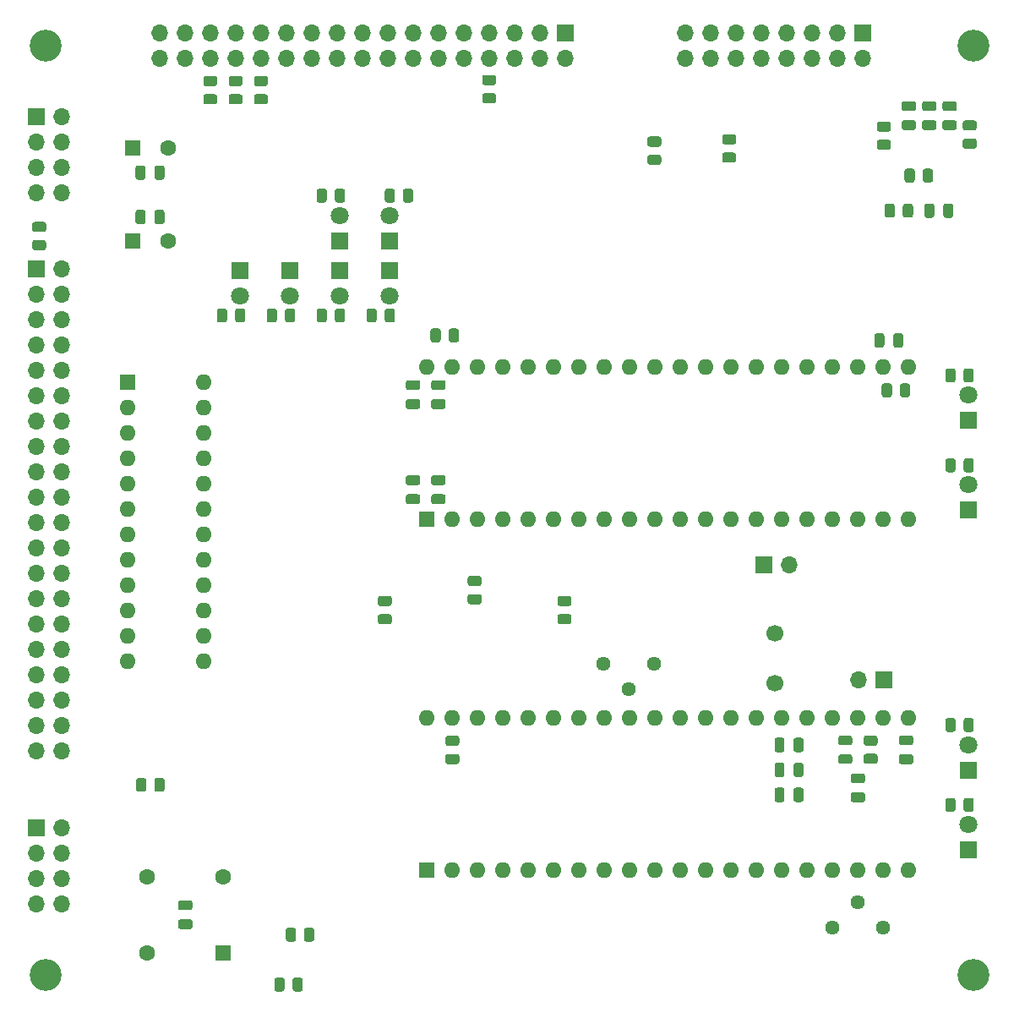
<source format=gbr>
%TF.GenerationSoftware,KiCad,Pcbnew,(5.1.9)-1*%
%TF.CreationDate,2021-11-05T22:54:21-04:00*%
%TF.ProjectId,main,6d61696e-2e6b-4696-9361-645f70636258,rev?*%
%TF.SameCoordinates,Original*%
%TF.FileFunction,Soldermask,Bot*%
%TF.FilePolarity,Negative*%
%FSLAX46Y46*%
G04 Gerber Fmt 4.6, Leading zero omitted, Abs format (unit mm)*
G04 Created by KiCad (PCBNEW (5.1.9)-1) date 2021-11-05 22:54:21*
%MOMM*%
%LPD*%
G01*
G04 APERTURE LIST*
%ADD10C,1.700000*%
%ADD11C,1.800000*%
%ADD12R,1.800000X1.800000*%
%ADD13C,1.440000*%
%ADD14O,1.700000X1.700000*%
%ADD15R,1.700000X1.700000*%
%ADD16C,1.600000*%
%ADD17R,1.600000X1.600000*%
%ADD18O,1.600000X1.600000*%
%ADD19C,3.200000*%
G04 APERTURE END LIST*
%TO.C,C46*%
G36*
G01*
X110474300Y-30033900D02*
X109524300Y-30033900D01*
G75*
G02*
X109274300Y-29783900I0J250000D01*
G01*
X109274300Y-29283900D01*
G75*
G02*
X109524300Y-29033900I250000J0D01*
G01*
X110474300Y-29033900D01*
G75*
G02*
X110724300Y-29283900I0J-250000D01*
G01*
X110724300Y-29783900D01*
G75*
G02*
X110474300Y-30033900I-250000J0D01*
G01*
G37*
G36*
G01*
X110474300Y-31933900D02*
X109524300Y-31933900D01*
G75*
G02*
X109274300Y-31683900I0J250000D01*
G01*
X109274300Y-31183900D01*
G75*
G02*
X109524300Y-30933900I250000J0D01*
G01*
X110474300Y-30933900D01*
G75*
G02*
X110724300Y-31183900I0J-250000D01*
G01*
X110724300Y-31683900D01*
G75*
G02*
X110474300Y-31933900I-250000J0D01*
G01*
G37*
%TD*%
%TO.C,C45*%
G36*
G01*
X114563400Y-30036900D02*
X113613400Y-30036900D01*
G75*
G02*
X113363400Y-29786900I0J250000D01*
G01*
X113363400Y-29286900D01*
G75*
G02*
X113613400Y-29036900I250000J0D01*
G01*
X114563400Y-29036900D01*
G75*
G02*
X114813400Y-29286900I0J-250000D01*
G01*
X114813400Y-29786900D01*
G75*
G02*
X114563400Y-30036900I-250000J0D01*
G01*
G37*
G36*
G01*
X114563400Y-31936900D02*
X113613400Y-31936900D01*
G75*
G02*
X113363400Y-31686900I0J250000D01*
G01*
X113363400Y-31186900D01*
G75*
G02*
X113613400Y-30936900I250000J0D01*
G01*
X114563400Y-30936900D01*
G75*
G02*
X114813400Y-31186900I0J-250000D01*
G01*
X114813400Y-31686900D01*
G75*
G02*
X114563400Y-31936900I-250000J0D01*
G01*
G37*
%TD*%
D10*
%TO.C,C44*%
X96600000Y-82300000D03*
X96600000Y-87300000D03*
%TD*%
%TO.C,C42*%
G36*
G01*
X109253000Y-94430000D02*
X110203000Y-94430000D01*
G75*
G02*
X110453000Y-94680000I0J-250000D01*
G01*
X110453000Y-95180000D01*
G75*
G02*
X110203000Y-95430000I-250000J0D01*
G01*
X109253000Y-95430000D01*
G75*
G02*
X109003000Y-95180000I0J250000D01*
G01*
X109003000Y-94680000D01*
G75*
G02*
X109253000Y-94430000I250000J0D01*
G01*
G37*
G36*
G01*
X109253000Y-92530000D02*
X110203000Y-92530000D01*
G75*
G02*
X110453000Y-92780000I0J-250000D01*
G01*
X110453000Y-93280000D01*
G75*
G02*
X110203000Y-93530000I-250000J0D01*
G01*
X109253000Y-93530000D01*
G75*
G02*
X109003000Y-93280000I0J250000D01*
G01*
X109003000Y-92780000D01*
G75*
G02*
X109253000Y-92530000I250000J0D01*
G01*
G37*
%TD*%
%TO.C,C40*%
G36*
G01*
X107550000Y-52525000D02*
X107550000Y-53475000D01*
G75*
G02*
X107300000Y-53725000I-250000J0D01*
G01*
X106800000Y-53725000D01*
G75*
G02*
X106550000Y-53475000I0J250000D01*
G01*
X106550000Y-52525000D01*
G75*
G02*
X106800000Y-52275000I250000J0D01*
G01*
X107300000Y-52275000D01*
G75*
G02*
X107550000Y-52525000I0J-250000D01*
G01*
G37*
G36*
G01*
X109450000Y-52525000D02*
X109450000Y-53475000D01*
G75*
G02*
X109200000Y-53725000I-250000J0D01*
G01*
X108700000Y-53725000D01*
G75*
G02*
X108450000Y-53475000I0J250000D01*
G01*
X108450000Y-52525000D01*
G75*
G02*
X108700000Y-52275000I250000J0D01*
G01*
X109200000Y-52275000D01*
G75*
G02*
X109450000Y-52525000I0J-250000D01*
G01*
G37*
%TD*%
%TO.C,C33*%
G36*
G01*
X60800000Y-67495000D02*
X59850000Y-67495000D01*
G75*
G02*
X59600000Y-67245000I0J250000D01*
G01*
X59600000Y-66745000D01*
G75*
G02*
X59850000Y-66495000I250000J0D01*
G01*
X60800000Y-66495000D01*
G75*
G02*
X61050000Y-66745000I0J-250000D01*
G01*
X61050000Y-67245000D01*
G75*
G02*
X60800000Y-67495000I-250000J0D01*
G01*
G37*
G36*
G01*
X60800000Y-69395000D02*
X59850000Y-69395000D01*
G75*
G02*
X59600000Y-69145000I0J250000D01*
G01*
X59600000Y-68645000D01*
G75*
G02*
X59850000Y-68395000I250000J0D01*
G01*
X60800000Y-68395000D01*
G75*
G02*
X61050000Y-68645000I0J-250000D01*
G01*
X61050000Y-69145000D01*
G75*
G02*
X60800000Y-69395000I-250000J0D01*
G01*
G37*
%TD*%
%TO.C,C32*%
G36*
G01*
X59850000Y-58870000D02*
X60800000Y-58870000D01*
G75*
G02*
X61050000Y-59120000I0J-250000D01*
G01*
X61050000Y-59620000D01*
G75*
G02*
X60800000Y-59870000I-250000J0D01*
G01*
X59850000Y-59870000D01*
G75*
G02*
X59600000Y-59620000I0J250000D01*
G01*
X59600000Y-59120000D01*
G75*
G02*
X59850000Y-58870000I250000J0D01*
G01*
G37*
G36*
G01*
X59850000Y-56970000D02*
X60800000Y-56970000D01*
G75*
G02*
X61050000Y-57220000I0J-250000D01*
G01*
X61050000Y-57720000D01*
G75*
G02*
X60800000Y-57970000I-250000J0D01*
G01*
X59850000Y-57970000D01*
G75*
G02*
X59600000Y-57720000I0J250000D01*
G01*
X59600000Y-57220000D01*
G75*
G02*
X59850000Y-56970000I250000J0D01*
G01*
G37*
%TD*%
%TO.C,R31*%
G36*
G01*
X52487500Y-38950002D02*
X52487500Y-38049998D01*
G75*
G02*
X52737498Y-37800000I249998J0D01*
G01*
X53262502Y-37800000D01*
G75*
G02*
X53512500Y-38049998I0J-249998D01*
G01*
X53512500Y-38950002D01*
G75*
G02*
X53262502Y-39200000I-249998J0D01*
G01*
X52737498Y-39200000D01*
G75*
G02*
X52487500Y-38950002I0J249998D01*
G01*
G37*
G36*
G01*
X50662500Y-38950002D02*
X50662500Y-38049998D01*
G75*
G02*
X50912498Y-37800000I249998J0D01*
G01*
X51437502Y-37800000D01*
G75*
G02*
X51687500Y-38049998I0J-249998D01*
G01*
X51687500Y-38950002D01*
G75*
G02*
X51437502Y-39200000I-249998J0D01*
G01*
X50912498Y-39200000D01*
G75*
G02*
X50662500Y-38950002I0J249998D01*
G01*
G37*
%TD*%
%TO.C,R30*%
G36*
G01*
X58512500Y-38049998D02*
X58512500Y-38950002D01*
G75*
G02*
X58262502Y-39200000I-249998J0D01*
G01*
X57737498Y-39200000D01*
G75*
G02*
X57487500Y-38950002I0J249998D01*
G01*
X57487500Y-38049998D01*
G75*
G02*
X57737498Y-37800000I249998J0D01*
G01*
X58262502Y-37800000D01*
G75*
G02*
X58512500Y-38049998I0J-249998D01*
G01*
G37*
G36*
G01*
X60337500Y-38049998D02*
X60337500Y-38950002D01*
G75*
G02*
X60087502Y-39200000I-249998J0D01*
G01*
X59562498Y-39200000D01*
G75*
G02*
X59312500Y-38950002I0J249998D01*
G01*
X59312500Y-38049998D01*
G75*
G02*
X59562498Y-37800000I249998J0D01*
G01*
X60087502Y-37800000D01*
G75*
G02*
X60337500Y-38049998I0J-249998D01*
G01*
G37*
%TD*%
%TO.C,R29*%
G36*
G01*
X57487500Y-50950002D02*
X57487500Y-50049998D01*
G75*
G02*
X57737498Y-49800000I249998J0D01*
G01*
X58262502Y-49800000D01*
G75*
G02*
X58512500Y-50049998I0J-249998D01*
G01*
X58512500Y-50950002D01*
G75*
G02*
X58262502Y-51200000I-249998J0D01*
G01*
X57737498Y-51200000D01*
G75*
G02*
X57487500Y-50950002I0J249998D01*
G01*
G37*
G36*
G01*
X55662500Y-50950002D02*
X55662500Y-50049998D01*
G75*
G02*
X55912498Y-49800000I249998J0D01*
G01*
X56437502Y-49800000D01*
G75*
G02*
X56687500Y-50049998I0J-249998D01*
G01*
X56687500Y-50950002D01*
G75*
G02*
X56437502Y-51200000I-249998J0D01*
G01*
X55912498Y-51200000D01*
G75*
G02*
X55662500Y-50950002I0J249998D01*
G01*
G37*
%TD*%
%TO.C,R28*%
G36*
G01*
X52487500Y-50950002D02*
X52487500Y-50049998D01*
G75*
G02*
X52737498Y-49800000I249998J0D01*
G01*
X53262502Y-49800000D01*
G75*
G02*
X53512500Y-50049998I0J-249998D01*
G01*
X53512500Y-50950002D01*
G75*
G02*
X53262502Y-51200000I-249998J0D01*
G01*
X52737498Y-51200000D01*
G75*
G02*
X52487500Y-50950002I0J249998D01*
G01*
G37*
G36*
G01*
X50662500Y-50950002D02*
X50662500Y-50049998D01*
G75*
G02*
X50912498Y-49800000I249998J0D01*
G01*
X51437502Y-49800000D01*
G75*
G02*
X51687500Y-50049998I0J-249998D01*
G01*
X51687500Y-50950002D01*
G75*
G02*
X51437502Y-51200000I-249998J0D01*
G01*
X50912498Y-51200000D01*
G75*
G02*
X50662500Y-50950002I0J249998D01*
G01*
G37*
%TD*%
%TO.C,R27*%
G36*
G01*
X47487500Y-50950002D02*
X47487500Y-50049998D01*
G75*
G02*
X47737498Y-49800000I249998J0D01*
G01*
X48262502Y-49800000D01*
G75*
G02*
X48512500Y-50049998I0J-249998D01*
G01*
X48512500Y-50950002D01*
G75*
G02*
X48262502Y-51200000I-249998J0D01*
G01*
X47737498Y-51200000D01*
G75*
G02*
X47487500Y-50950002I0J249998D01*
G01*
G37*
G36*
G01*
X45662500Y-50950002D02*
X45662500Y-50049998D01*
G75*
G02*
X45912498Y-49800000I249998J0D01*
G01*
X46437502Y-49800000D01*
G75*
G02*
X46687500Y-50049998I0J-249998D01*
G01*
X46687500Y-50950002D01*
G75*
G02*
X46437502Y-51200000I-249998J0D01*
G01*
X45912498Y-51200000D01*
G75*
G02*
X45662500Y-50950002I0J249998D01*
G01*
G37*
%TD*%
%TO.C,R26*%
G36*
G01*
X42487500Y-50950002D02*
X42487500Y-50049998D01*
G75*
G02*
X42737498Y-49800000I249998J0D01*
G01*
X43262502Y-49800000D01*
G75*
G02*
X43512500Y-50049998I0J-249998D01*
G01*
X43512500Y-50950002D01*
G75*
G02*
X43262502Y-51200000I-249998J0D01*
G01*
X42737498Y-51200000D01*
G75*
G02*
X42487500Y-50950002I0J249998D01*
G01*
G37*
G36*
G01*
X40662500Y-50950002D02*
X40662500Y-50049998D01*
G75*
G02*
X40912498Y-49800000I249998J0D01*
G01*
X41437502Y-49800000D01*
G75*
G02*
X41687500Y-50049998I0J-249998D01*
G01*
X41687500Y-50950002D01*
G75*
G02*
X41437502Y-51200000I-249998J0D01*
G01*
X40912498Y-51200000D01*
G75*
G02*
X40662500Y-50950002I0J249998D01*
G01*
G37*
%TD*%
%TO.C,R25*%
G36*
G01*
X115488000Y-65950002D02*
X115488000Y-65049998D01*
G75*
G02*
X115737998Y-64800000I249998J0D01*
G01*
X116263002Y-64800000D01*
G75*
G02*
X116513000Y-65049998I0J-249998D01*
G01*
X116513000Y-65950002D01*
G75*
G02*
X116263002Y-66200000I-249998J0D01*
G01*
X115737998Y-66200000D01*
G75*
G02*
X115488000Y-65950002I0J249998D01*
G01*
G37*
G36*
G01*
X113663000Y-65950002D02*
X113663000Y-65049998D01*
G75*
G02*
X113912998Y-64800000I249998J0D01*
G01*
X114438002Y-64800000D01*
G75*
G02*
X114688000Y-65049998I0J-249998D01*
G01*
X114688000Y-65950002D01*
G75*
G02*
X114438002Y-66200000I-249998J0D01*
G01*
X113912998Y-66200000D01*
G75*
G02*
X113663000Y-65950002I0J249998D01*
G01*
G37*
%TD*%
%TO.C,R24*%
G36*
G01*
X115488000Y-91950002D02*
X115488000Y-91049998D01*
G75*
G02*
X115737998Y-90800000I249998J0D01*
G01*
X116263002Y-90800000D01*
G75*
G02*
X116513000Y-91049998I0J-249998D01*
G01*
X116513000Y-91950002D01*
G75*
G02*
X116263002Y-92200000I-249998J0D01*
G01*
X115737998Y-92200000D01*
G75*
G02*
X115488000Y-91950002I0J249998D01*
G01*
G37*
G36*
G01*
X113663000Y-91950002D02*
X113663000Y-91049998D01*
G75*
G02*
X113912998Y-90800000I249998J0D01*
G01*
X114438002Y-90800000D01*
G75*
G02*
X114688000Y-91049998I0J-249998D01*
G01*
X114688000Y-91950002D01*
G75*
G02*
X114438002Y-92200000I-249998J0D01*
G01*
X113912998Y-92200000D01*
G75*
G02*
X113663000Y-91950002I0J249998D01*
G01*
G37*
%TD*%
%TO.C,R22*%
G36*
G01*
X115488000Y-56950002D02*
X115488000Y-56049998D01*
G75*
G02*
X115737998Y-55800000I249998J0D01*
G01*
X116263002Y-55800000D01*
G75*
G02*
X116513000Y-56049998I0J-249998D01*
G01*
X116513000Y-56950002D01*
G75*
G02*
X116263002Y-57200000I-249998J0D01*
G01*
X115737998Y-57200000D01*
G75*
G02*
X115488000Y-56950002I0J249998D01*
G01*
G37*
G36*
G01*
X113663000Y-56950002D02*
X113663000Y-56049998D01*
G75*
G02*
X113912998Y-55800000I249998J0D01*
G01*
X114438002Y-55800000D01*
G75*
G02*
X114688000Y-56049998I0J-249998D01*
G01*
X114688000Y-56950002D01*
G75*
G02*
X114438002Y-57200000I-249998J0D01*
G01*
X113912998Y-57200000D01*
G75*
G02*
X113663000Y-56950002I0J249998D01*
G01*
G37*
%TD*%
%TO.C,R21*%
G36*
G01*
X115488000Y-99950002D02*
X115488000Y-99049998D01*
G75*
G02*
X115737998Y-98800000I249998J0D01*
G01*
X116263002Y-98800000D01*
G75*
G02*
X116513000Y-99049998I0J-249998D01*
G01*
X116513000Y-99950002D01*
G75*
G02*
X116263002Y-100200000I-249998J0D01*
G01*
X115737998Y-100200000D01*
G75*
G02*
X115488000Y-99950002I0J249998D01*
G01*
G37*
G36*
G01*
X113663000Y-99950002D02*
X113663000Y-99049998D01*
G75*
G02*
X113912998Y-98800000I249998J0D01*
G01*
X114438002Y-98800000D01*
G75*
G02*
X114688000Y-99049998I0J-249998D01*
G01*
X114688000Y-99950002D01*
G75*
G02*
X114438002Y-100200000I-249998J0D01*
G01*
X113912998Y-100200000D01*
G75*
G02*
X113663000Y-99950002I0J249998D01*
G01*
G37*
%TD*%
D11*
%TO.C,D11*%
X53000000Y-40460000D03*
D12*
X53000000Y-43000000D03*
%TD*%
D11*
%TO.C,D10*%
X58000000Y-40460000D03*
D12*
X58000000Y-43000000D03*
%TD*%
D11*
%TO.C,D9*%
X58000000Y-48540000D03*
D12*
X58000000Y-46000000D03*
%TD*%
D11*
%TO.C,D8*%
X53000000Y-48540000D03*
D12*
X53000000Y-46000000D03*
%TD*%
D11*
%TO.C,D7*%
X48000000Y-48540000D03*
D12*
X48000000Y-46000000D03*
%TD*%
D11*
%TO.C,D6*%
X43000000Y-48540000D03*
D12*
X43000000Y-46000000D03*
%TD*%
D11*
%TO.C,D5*%
X116000000Y-67460000D03*
D12*
X116000000Y-70000000D03*
%TD*%
D11*
%TO.C,D4*%
X116000000Y-93460000D03*
D12*
X116000000Y-96000000D03*
%TD*%
D11*
%TO.C,D3*%
X116000000Y-58460000D03*
D12*
X116000000Y-61000000D03*
%TD*%
D11*
%TO.C,D2*%
X116000000Y-101460000D03*
D12*
X116000000Y-104000000D03*
%TD*%
%TO.C,C31*%
G36*
G01*
X63340000Y-67495000D02*
X62390000Y-67495000D01*
G75*
G02*
X62140000Y-67245000I0J250000D01*
G01*
X62140000Y-66745000D01*
G75*
G02*
X62390000Y-66495000I250000J0D01*
G01*
X63340000Y-66495000D01*
G75*
G02*
X63590000Y-66745000I0J-250000D01*
G01*
X63590000Y-67245000D01*
G75*
G02*
X63340000Y-67495000I-250000J0D01*
G01*
G37*
G36*
G01*
X63340000Y-69395000D02*
X62390000Y-69395000D01*
G75*
G02*
X62140000Y-69145000I0J250000D01*
G01*
X62140000Y-68645000D01*
G75*
G02*
X62390000Y-68395000I250000J0D01*
G01*
X63340000Y-68395000D01*
G75*
G02*
X63590000Y-68645000I0J-250000D01*
G01*
X63590000Y-69145000D01*
G75*
G02*
X63340000Y-69395000I-250000J0D01*
G01*
G37*
%TD*%
%TO.C,C30*%
G36*
G01*
X62390000Y-58870000D02*
X63340000Y-58870000D01*
G75*
G02*
X63590000Y-59120000I0J-250000D01*
G01*
X63590000Y-59620000D01*
G75*
G02*
X63340000Y-59870000I-250000J0D01*
G01*
X62390000Y-59870000D01*
G75*
G02*
X62140000Y-59620000I0J250000D01*
G01*
X62140000Y-59120000D01*
G75*
G02*
X62390000Y-58870000I250000J0D01*
G01*
G37*
G36*
G01*
X62390000Y-56970000D02*
X63340000Y-56970000D01*
G75*
G02*
X63590000Y-57220000I0J-250000D01*
G01*
X63590000Y-57720000D01*
G75*
G02*
X63340000Y-57970000I-250000J0D01*
G01*
X62390000Y-57970000D01*
G75*
G02*
X62140000Y-57720000I0J250000D01*
G01*
X62140000Y-57220000D01*
G75*
G02*
X62390000Y-56970000I250000J0D01*
G01*
G37*
%TD*%
%TO.C,R23*%
G36*
G01*
X75049998Y-80400000D02*
X75950002Y-80400000D01*
G75*
G02*
X76200000Y-80649998I0J-249998D01*
G01*
X76200000Y-81175002D01*
G75*
G02*
X75950002Y-81425000I-249998J0D01*
G01*
X75049998Y-81425000D01*
G75*
G02*
X74800000Y-81175002I0J249998D01*
G01*
X74800000Y-80649998D01*
G75*
G02*
X75049998Y-80400000I249998J0D01*
G01*
G37*
G36*
G01*
X75049998Y-78575000D02*
X75950002Y-78575000D01*
G75*
G02*
X76200000Y-78824998I0J-249998D01*
G01*
X76200000Y-79350002D01*
G75*
G02*
X75950002Y-79600000I-249998J0D01*
G01*
X75049998Y-79600000D01*
G75*
G02*
X74800000Y-79350002I0J249998D01*
G01*
X74800000Y-78824998D01*
G75*
G02*
X75049998Y-78575000I249998J0D01*
G01*
G37*
%TD*%
%TO.C,R20*%
G36*
G01*
X40455002Y-27540000D02*
X39554998Y-27540000D01*
G75*
G02*
X39305000Y-27290002I0J249998D01*
G01*
X39305000Y-26764998D01*
G75*
G02*
X39554998Y-26515000I249998J0D01*
G01*
X40455002Y-26515000D01*
G75*
G02*
X40705000Y-26764998I0J-249998D01*
G01*
X40705000Y-27290002D01*
G75*
G02*
X40455002Y-27540000I-249998J0D01*
G01*
G37*
G36*
G01*
X40455002Y-29365000D02*
X39554998Y-29365000D01*
G75*
G02*
X39305000Y-29115002I0J249998D01*
G01*
X39305000Y-28589998D01*
G75*
G02*
X39554998Y-28340000I249998J0D01*
G01*
X40455002Y-28340000D01*
G75*
G02*
X40705000Y-28589998I0J-249998D01*
G01*
X40705000Y-29115002D01*
G75*
G02*
X40455002Y-29365000I-249998J0D01*
G01*
G37*
%TD*%
%TO.C,R19*%
G36*
G01*
X42995002Y-27540000D02*
X42094998Y-27540000D01*
G75*
G02*
X41845000Y-27290002I0J249998D01*
G01*
X41845000Y-26764998D01*
G75*
G02*
X42094998Y-26515000I249998J0D01*
G01*
X42995002Y-26515000D01*
G75*
G02*
X43245000Y-26764998I0J-249998D01*
G01*
X43245000Y-27290002D01*
G75*
G02*
X42995002Y-27540000I-249998J0D01*
G01*
G37*
G36*
G01*
X42995002Y-29365000D02*
X42094998Y-29365000D01*
G75*
G02*
X41845000Y-29115002I0J249998D01*
G01*
X41845000Y-28589998D01*
G75*
G02*
X42094998Y-28340000I249998J0D01*
G01*
X42995002Y-28340000D01*
G75*
G02*
X43245000Y-28589998I0J-249998D01*
G01*
X43245000Y-29115002D01*
G75*
G02*
X42995002Y-29365000I-249998J0D01*
G01*
G37*
%TD*%
%TO.C,R18*%
G36*
G01*
X45535002Y-27540000D02*
X44634998Y-27540000D01*
G75*
G02*
X44385000Y-27290002I0J249998D01*
G01*
X44385000Y-26764998D01*
G75*
G02*
X44634998Y-26515000I249998J0D01*
G01*
X45535002Y-26515000D01*
G75*
G02*
X45785000Y-26764998I0J-249998D01*
G01*
X45785000Y-27290002D01*
G75*
G02*
X45535002Y-27540000I-249998J0D01*
G01*
G37*
G36*
G01*
X45535002Y-29365000D02*
X44634998Y-29365000D01*
G75*
G02*
X44385000Y-29115002I0J249998D01*
G01*
X44385000Y-28589998D01*
G75*
G02*
X44634998Y-28340000I249998J0D01*
G01*
X45535002Y-28340000D01*
G75*
G02*
X45785000Y-28589998I0J-249998D01*
G01*
X45785000Y-29115002D01*
G75*
G02*
X45535002Y-29365000I-249998J0D01*
G01*
G37*
%TD*%
%TO.C,R17*%
G36*
G01*
X68395002Y-27436500D02*
X67494998Y-27436500D01*
G75*
G02*
X67245000Y-27186502I0J249998D01*
G01*
X67245000Y-26661498D01*
G75*
G02*
X67494998Y-26411500I249998J0D01*
G01*
X68395002Y-26411500D01*
G75*
G02*
X68645000Y-26661498I0J-249998D01*
G01*
X68645000Y-27186502D01*
G75*
G02*
X68395002Y-27436500I-249998J0D01*
G01*
G37*
G36*
G01*
X68395002Y-29261500D02*
X67494998Y-29261500D01*
G75*
G02*
X67245000Y-29011502I0J249998D01*
G01*
X67245000Y-28486498D01*
G75*
G02*
X67494998Y-28236500I249998J0D01*
G01*
X68395002Y-28236500D01*
G75*
G02*
X68645000Y-28486498I0J-249998D01*
G01*
X68645000Y-29011502D01*
G75*
G02*
X68395002Y-29261500I-249998J0D01*
G01*
G37*
%TD*%
%TO.C,R12*%
G36*
G01*
X66049998Y-78400000D02*
X66950002Y-78400000D01*
G75*
G02*
X67200000Y-78649998I0J-249998D01*
G01*
X67200000Y-79175002D01*
G75*
G02*
X66950002Y-79425000I-249998J0D01*
G01*
X66049998Y-79425000D01*
G75*
G02*
X65800000Y-79175002I0J249998D01*
G01*
X65800000Y-78649998D01*
G75*
G02*
X66049998Y-78400000I249998J0D01*
G01*
G37*
G36*
G01*
X66049998Y-76575000D02*
X66950002Y-76575000D01*
G75*
G02*
X67200000Y-76824998I0J-249998D01*
G01*
X67200000Y-77350002D01*
G75*
G02*
X66950002Y-77600000I-249998J0D01*
G01*
X66049998Y-77600000D01*
G75*
G02*
X65800000Y-77350002I0J249998D01*
G01*
X65800000Y-76824998D01*
G75*
G02*
X66049998Y-76575000I249998J0D01*
G01*
G37*
%TD*%
D13*
%TO.C,RV2*%
X79375000Y-85344000D03*
X81915000Y-87884000D03*
X84455000Y-85344000D03*
%TD*%
%TO.C,RV1*%
X107442000Y-111760000D03*
X104902000Y-109220000D03*
X102362000Y-111760000D03*
%TD*%
%TO.C,C14*%
G36*
G01*
X97550000Y-98025000D02*
X97550000Y-98975000D01*
G75*
G02*
X97300000Y-99225000I-250000J0D01*
G01*
X96800000Y-99225000D01*
G75*
G02*
X96550000Y-98975000I0J250000D01*
G01*
X96550000Y-98025000D01*
G75*
G02*
X96800000Y-97775000I250000J0D01*
G01*
X97300000Y-97775000D01*
G75*
G02*
X97550000Y-98025000I0J-250000D01*
G01*
G37*
G36*
G01*
X99450000Y-98025000D02*
X99450000Y-98975000D01*
G75*
G02*
X99200000Y-99225000I-250000J0D01*
G01*
X98700000Y-99225000D01*
G75*
G02*
X98450000Y-98975000I0J250000D01*
G01*
X98450000Y-98025000D01*
G75*
G02*
X98700000Y-97775000I250000J0D01*
G01*
X99200000Y-97775000D01*
G75*
G02*
X99450000Y-98025000I0J-250000D01*
G01*
G37*
%TD*%
%TO.C,C13*%
G36*
G01*
X97550000Y-93025000D02*
X97550000Y-93975000D01*
G75*
G02*
X97300000Y-94225000I-250000J0D01*
G01*
X96800000Y-94225000D01*
G75*
G02*
X96550000Y-93975000I0J250000D01*
G01*
X96550000Y-93025000D01*
G75*
G02*
X96800000Y-92775000I250000J0D01*
G01*
X97300000Y-92775000D01*
G75*
G02*
X97550000Y-93025000I0J-250000D01*
G01*
G37*
G36*
G01*
X99450000Y-93025000D02*
X99450000Y-93975000D01*
G75*
G02*
X99200000Y-94225000I-250000J0D01*
G01*
X98700000Y-94225000D01*
G75*
G02*
X98450000Y-93975000I0J250000D01*
G01*
X98450000Y-93025000D01*
G75*
G02*
X98700000Y-92775000I250000J0D01*
G01*
X99200000Y-92775000D01*
G75*
G02*
X99450000Y-93025000I0J-250000D01*
G01*
G37*
%TD*%
%TO.C,C12*%
G36*
G01*
X97550000Y-95525000D02*
X97550000Y-96475000D01*
G75*
G02*
X97300000Y-96725000I-250000J0D01*
G01*
X96800000Y-96725000D01*
G75*
G02*
X96550000Y-96475000I0J250000D01*
G01*
X96550000Y-95525000D01*
G75*
G02*
X96800000Y-95275000I250000J0D01*
G01*
X97300000Y-95275000D01*
G75*
G02*
X97550000Y-95525000I0J-250000D01*
G01*
G37*
G36*
G01*
X99450000Y-95525000D02*
X99450000Y-96475000D01*
G75*
G02*
X99200000Y-96725000I-250000J0D01*
G01*
X98700000Y-96725000D01*
G75*
G02*
X98450000Y-96475000I0J250000D01*
G01*
X98450000Y-95525000D01*
G75*
G02*
X98700000Y-95275000I250000J0D01*
G01*
X99200000Y-95275000D01*
G75*
G02*
X99450000Y-95525000I0J-250000D01*
G01*
G37*
%TD*%
%TO.C,R11*%
G36*
G01*
X106622002Y-93580000D02*
X105721998Y-93580000D01*
G75*
G02*
X105472000Y-93330002I0J249998D01*
G01*
X105472000Y-92804998D01*
G75*
G02*
X105721998Y-92555000I249998J0D01*
G01*
X106622002Y-92555000D01*
G75*
G02*
X106872000Y-92804998I0J-249998D01*
G01*
X106872000Y-93330002D01*
G75*
G02*
X106622002Y-93580000I-249998J0D01*
G01*
G37*
G36*
G01*
X106622002Y-95405000D02*
X105721998Y-95405000D01*
G75*
G02*
X105472000Y-95155002I0J249998D01*
G01*
X105472000Y-94629998D01*
G75*
G02*
X105721998Y-94380000I249998J0D01*
G01*
X106622002Y-94380000D01*
G75*
G02*
X106872000Y-94629998I0J-249998D01*
G01*
X106872000Y-95155002D01*
G75*
G02*
X106622002Y-95405000I-249998J0D01*
G01*
G37*
%TD*%
%TO.C,R8*%
G36*
G01*
X64712002Y-93600000D02*
X63811998Y-93600000D01*
G75*
G02*
X63562000Y-93350002I0J249998D01*
G01*
X63562000Y-92824998D01*
G75*
G02*
X63811998Y-92575000I249998J0D01*
G01*
X64712002Y-92575000D01*
G75*
G02*
X64962000Y-92824998I0J-249998D01*
G01*
X64962000Y-93350002D01*
G75*
G02*
X64712002Y-93600000I-249998J0D01*
G01*
G37*
G36*
G01*
X64712002Y-95425000D02*
X63811998Y-95425000D01*
G75*
G02*
X63562000Y-95175002I0J249998D01*
G01*
X63562000Y-94649998D01*
G75*
G02*
X63811998Y-94400000I249998J0D01*
G01*
X64712002Y-94400000D01*
G75*
G02*
X64962000Y-94649998I0J-249998D01*
G01*
X64962000Y-95175002D01*
G75*
G02*
X64712002Y-95425000I-249998J0D01*
G01*
G37*
%TD*%
%TO.C,R3*%
G36*
G01*
X63900000Y-52950002D02*
X63900000Y-52049998D01*
G75*
G02*
X64149998Y-51800000I249998J0D01*
G01*
X64675002Y-51800000D01*
G75*
G02*
X64925000Y-52049998I0J-249998D01*
G01*
X64925000Y-52950002D01*
G75*
G02*
X64675002Y-53200000I-249998J0D01*
G01*
X64149998Y-53200000D01*
G75*
G02*
X63900000Y-52950002I0J249998D01*
G01*
G37*
G36*
G01*
X62075000Y-52950002D02*
X62075000Y-52049998D01*
G75*
G02*
X62324998Y-51800000I249998J0D01*
G01*
X62850002Y-51800000D01*
G75*
G02*
X63100000Y-52049998I0J-249998D01*
G01*
X63100000Y-52950002D01*
G75*
G02*
X62850002Y-53200000I-249998J0D01*
G01*
X62324998Y-53200000D01*
G75*
G02*
X62075000Y-52950002I0J249998D01*
G01*
G37*
%TD*%
%TO.C,R14*%
G36*
G01*
X84950002Y-33600000D02*
X84049998Y-33600000D01*
G75*
G02*
X83800000Y-33350002I0J249998D01*
G01*
X83800000Y-32824998D01*
G75*
G02*
X84049998Y-32575000I249998J0D01*
G01*
X84950002Y-32575000D01*
G75*
G02*
X85200000Y-32824998I0J-249998D01*
G01*
X85200000Y-33350002D01*
G75*
G02*
X84950002Y-33600000I-249998J0D01*
G01*
G37*
G36*
G01*
X84950002Y-35425000D02*
X84049998Y-35425000D01*
G75*
G02*
X83800000Y-35175002I0J249998D01*
G01*
X83800000Y-34649998D01*
G75*
G02*
X84049998Y-34400000I249998J0D01*
G01*
X84950002Y-34400000D01*
G75*
G02*
X85200000Y-34649998I0J-249998D01*
G01*
X85200000Y-35175002D01*
G75*
G02*
X84950002Y-35425000I-249998J0D01*
G01*
G37*
%TD*%
D14*
%TO.C,JP2*%
X104960000Y-87000000D03*
D15*
X107500000Y-87000000D03*
%TD*%
%TO.C,D1*%
G36*
G01*
X104088250Y-93530000D02*
X103175750Y-93530000D01*
G75*
G02*
X102932000Y-93286250I0J243750D01*
G01*
X102932000Y-92798750D01*
G75*
G02*
X103175750Y-92555000I243750J0D01*
G01*
X104088250Y-92555000D01*
G75*
G02*
X104332000Y-92798750I0J-243750D01*
G01*
X104332000Y-93286250D01*
G75*
G02*
X104088250Y-93530000I-243750J0D01*
G01*
G37*
G36*
G01*
X104088250Y-95405000D02*
X103175750Y-95405000D01*
G75*
G02*
X102932000Y-95161250I0J243750D01*
G01*
X102932000Y-94673750D01*
G75*
G02*
X103175750Y-94430000I243750J0D01*
G01*
X104088250Y-94430000D01*
G75*
G02*
X104332000Y-94673750I0J-243750D01*
G01*
X104332000Y-95161250D01*
G75*
G02*
X104088250Y-95405000I-243750J0D01*
G01*
G37*
%TD*%
%TO.C,C9*%
G36*
G01*
X105377000Y-97340000D02*
X104427000Y-97340000D01*
G75*
G02*
X104177000Y-97090000I0J250000D01*
G01*
X104177000Y-96590000D01*
G75*
G02*
X104427000Y-96340000I250000J0D01*
G01*
X105377000Y-96340000D01*
G75*
G02*
X105627000Y-96590000I0J-250000D01*
G01*
X105627000Y-97090000D01*
G75*
G02*
X105377000Y-97340000I-250000J0D01*
G01*
G37*
G36*
G01*
X105377000Y-99240000D02*
X104427000Y-99240000D01*
G75*
G02*
X104177000Y-98990000I0J250000D01*
G01*
X104177000Y-98490000D01*
G75*
G02*
X104427000Y-98240000I250000J0D01*
G01*
X105377000Y-98240000D01*
G75*
G02*
X105627000Y-98490000I0J-250000D01*
G01*
X105627000Y-98990000D01*
G75*
G02*
X105377000Y-99240000I-250000J0D01*
G01*
G37*
%TD*%
D16*
%TO.C,X1*%
X41275000Y-106680000D03*
X33655000Y-106680000D03*
X33655000Y-114300000D03*
D17*
X41275000Y-114300000D03*
%TD*%
%TO.C,R10*%
G36*
G01*
X34400000Y-97950002D02*
X34400000Y-97049998D01*
G75*
G02*
X34649998Y-96800000I249998J0D01*
G01*
X35175002Y-96800000D01*
G75*
G02*
X35425000Y-97049998I0J-249998D01*
G01*
X35425000Y-97950002D01*
G75*
G02*
X35175002Y-98200000I-249998J0D01*
G01*
X34649998Y-98200000D01*
G75*
G02*
X34400000Y-97950002I0J249998D01*
G01*
G37*
G36*
G01*
X32575000Y-97950002D02*
X32575000Y-97049998D01*
G75*
G02*
X32824998Y-96800000I249998J0D01*
G01*
X33350002Y-96800000D01*
G75*
G02*
X33600000Y-97049998I0J-249998D01*
G01*
X33600000Y-97950002D01*
G75*
G02*
X33350002Y-98200000I-249998J0D01*
G01*
X32824998Y-98200000D01*
G75*
G02*
X32575000Y-97950002I0J249998D01*
G01*
G37*
%TD*%
%TO.C,R9*%
G36*
G01*
X49400000Y-112950002D02*
X49400000Y-112049998D01*
G75*
G02*
X49649998Y-111800000I249998J0D01*
G01*
X50175002Y-111800000D01*
G75*
G02*
X50425000Y-112049998I0J-249998D01*
G01*
X50425000Y-112950002D01*
G75*
G02*
X50175002Y-113200000I-249998J0D01*
G01*
X49649998Y-113200000D01*
G75*
G02*
X49400000Y-112950002I0J249998D01*
G01*
G37*
G36*
G01*
X47575000Y-112950002D02*
X47575000Y-112049998D01*
G75*
G02*
X47824998Y-111800000I249998J0D01*
G01*
X48350002Y-111800000D01*
G75*
G02*
X48600000Y-112049998I0J-249998D01*
G01*
X48600000Y-112950002D01*
G75*
G02*
X48350002Y-113200000I-249998J0D01*
G01*
X47824998Y-113200000D01*
G75*
G02*
X47575000Y-112950002I0J249998D01*
G01*
G37*
%TD*%
%TO.C,R7*%
G36*
G01*
X48255500Y-117950002D02*
X48255500Y-117049998D01*
G75*
G02*
X48505498Y-116800000I249998J0D01*
G01*
X49030502Y-116800000D01*
G75*
G02*
X49280500Y-117049998I0J-249998D01*
G01*
X49280500Y-117950002D01*
G75*
G02*
X49030502Y-118200000I-249998J0D01*
G01*
X48505498Y-118200000D01*
G75*
G02*
X48255500Y-117950002I0J249998D01*
G01*
G37*
G36*
G01*
X46430500Y-117950002D02*
X46430500Y-117049998D01*
G75*
G02*
X46680498Y-116800000I249998J0D01*
G01*
X47205502Y-116800000D01*
G75*
G02*
X47455500Y-117049998I0J-249998D01*
G01*
X47455500Y-117950002D01*
G75*
G02*
X47205502Y-118200000I-249998J0D01*
G01*
X46680498Y-118200000D01*
G75*
G02*
X46430500Y-117950002I0J249998D01*
G01*
G37*
%TD*%
%TO.C,R2*%
G36*
G01*
X107950002Y-32100000D02*
X107049998Y-32100000D01*
G75*
G02*
X106800000Y-31850002I0J249998D01*
G01*
X106800000Y-31324998D01*
G75*
G02*
X107049998Y-31075000I249998J0D01*
G01*
X107950002Y-31075000D01*
G75*
G02*
X108200000Y-31324998I0J-249998D01*
G01*
X108200000Y-31850002D01*
G75*
G02*
X107950002Y-32100000I-249998J0D01*
G01*
G37*
G36*
G01*
X107950002Y-33925000D02*
X107049998Y-33925000D01*
G75*
G02*
X106800000Y-33675002I0J249998D01*
G01*
X106800000Y-33149998D01*
G75*
G02*
X107049998Y-32900000I249998J0D01*
G01*
X107950002Y-32900000D01*
G75*
G02*
X108200000Y-33149998I0J-249998D01*
G01*
X108200000Y-33675002D01*
G75*
G02*
X107950002Y-33925000I-249998J0D01*
G01*
G37*
%TD*%
%TO.C,R1*%
G36*
G01*
X116548902Y-31977600D02*
X115648898Y-31977600D01*
G75*
G02*
X115398900Y-31727602I0J249998D01*
G01*
X115398900Y-31202598D01*
G75*
G02*
X115648898Y-30952600I249998J0D01*
G01*
X116548902Y-30952600D01*
G75*
G02*
X116798900Y-31202598I0J-249998D01*
G01*
X116798900Y-31727602D01*
G75*
G02*
X116548902Y-31977600I-249998J0D01*
G01*
G37*
G36*
G01*
X116548902Y-33802600D02*
X115648898Y-33802600D01*
G75*
G02*
X115398900Y-33552602I0J249998D01*
G01*
X115398900Y-33027598D01*
G75*
G02*
X115648898Y-32777600I249998J0D01*
G01*
X116548902Y-32777600D01*
G75*
G02*
X116798900Y-33027598I0J-249998D01*
G01*
X116798900Y-33552602D01*
G75*
G02*
X116548902Y-33802600I-249998J0D01*
G01*
G37*
%TD*%
%TO.C,C5*%
G36*
G01*
X112519700Y-30035800D02*
X111569700Y-30035800D01*
G75*
G02*
X111319700Y-29785800I0J250000D01*
G01*
X111319700Y-29285800D01*
G75*
G02*
X111569700Y-29035800I250000J0D01*
G01*
X112519700Y-29035800D01*
G75*
G02*
X112769700Y-29285800I0J-250000D01*
G01*
X112769700Y-29785800D01*
G75*
G02*
X112519700Y-30035800I-250000J0D01*
G01*
G37*
G36*
G01*
X112519700Y-31935800D02*
X111569700Y-31935800D01*
G75*
G02*
X111319700Y-31685800I0J250000D01*
G01*
X111319700Y-31185800D01*
G75*
G02*
X111569700Y-30935800I250000J0D01*
G01*
X112519700Y-30935800D01*
G75*
G02*
X112769700Y-31185800I0J-250000D01*
G01*
X112769700Y-31685800D01*
G75*
G02*
X112519700Y-31935800I-250000J0D01*
G01*
G37*
%TD*%
%TO.C,R16*%
G36*
G01*
X91549998Y-34182000D02*
X92450002Y-34182000D01*
G75*
G02*
X92700000Y-34431998I0J-249998D01*
G01*
X92700000Y-34957002D01*
G75*
G02*
X92450002Y-35207000I-249998J0D01*
G01*
X91549998Y-35207000D01*
G75*
G02*
X91300000Y-34957002I0J249998D01*
G01*
X91300000Y-34431998D01*
G75*
G02*
X91549998Y-34182000I249998J0D01*
G01*
G37*
G36*
G01*
X91549998Y-32357000D02*
X92450002Y-32357000D01*
G75*
G02*
X92700000Y-32606998I0J-249998D01*
G01*
X92700000Y-33132002D01*
G75*
G02*
X92450002Y-33382000I-249998J0D01*
G01*
X91549998Y-33382000D01*
G75*
G02*
X91300000Y-33132002I0J249998D01*
G01*
X91300000Y-32606998D01*
G75*
G02*
X91549998Y-32357000I249998J0D01*
G01*
G37*
%TD*%
%TO.C,R15*%
G36*
G01*
X111400000Y-36950002D02*
X111400000Y-36049998D01*
G75*
G02*
X111649998Y-35800000I249998J0D01*
G01*
X112175002Y-35800000D01*
G75*
G02*
X112425000Y-36049998I0J-249998D01*
G01*
X112425000Y-36950002D01*
G75*
G02*
X112175002Y-37200000I-249998J0D01*
G01*
X111649998Y-37200000D01*
G75*
G02*
X111400000Y-36950002I0J249998D01*
G01*
G37*
G36*
G01*
X109575000Y-36950002D02*
X109575000Y-36049998D01*
G75*
G02*
X109824998Y-35800000I249998J0D01*
G01*
X110350002Y-35800000D01*
G75*
G02*
X110600000Y-36049998I0J-249998D01*
G01*
X110600000Y-36950002D01*
G75*
G02*
X110350002Y-37200000I-249998J0D01*
G01*
X109824998Y-37200000D01*
G75*
G02*
X109575000Y-36950002I0J249998D01*
G01*
G37*
%TD*%
%TO.C,R13*%
G36*
G01*
X109400000Y-40450002D02*
X109400000Y-39549998D01*
G75*
G02*
X109649998Y-39300000I249998J0D01*
G01*
X110175002Y-39300000D01*
G75*
G02*
X110425000Y-39549998I0J-249998D01*
G01*
X110425000Y-40450002D01*
G75*
G02*
X110175002Y-40700000I-249998J0D01*
G01*
X109649998Y-40700000D01*
G75*
G02*
X109400000Y-40450002I0J249998D01*
G01*
G37*
G36*
G01*
X107575000Y-40450002D02*
X107575000Y-39549998D01*
G75*
G02*
X107824998Y-39300000I249998J0D01*
G01*
X108350002Y-39300000D01*
G75*
G02*
X108600000Y-39549998I0J-249998D01*
G01*
X108600000Y-40450002D01*
G75*
G02*
X108350002Y-40700000I-249998J0D01*
G01*
X107824998Y-40700000D01*
G75*
G02*
X107575000Y-40450002I0J249998D01*
G01*
G37*
%TD*%
%TO.C,C15*%
G36*
G01*
X113450000Y-40475000D02*
X113450000Y-39525000D01*
G75*
G02*
X113700000Y-39275000I250000J0D01*
G01*
X114200000Y-39275000D01*
G75*
G02*
X114450000Y-39525000I0J-250000D01*
G01*
X114450000Y-40475000D01*
G75*
G02*
X114200000Y-40725000I-250000J0D01*
G01*
X113700000Y-40725000D01*
G75*
G02*
X113450000Y-40475000I0J250000D01*
G01*
G37*
G36*
G01*
X111550000Y-40475000D02*
X111550000Y-39525000D01*
G75*
G02*
X111800000Y-39275000I250000J0D01*
G01*
X112300000Y-39275000D01*
G75*
G02*
X112550000Y-39525000I0J-250000D01*
G01*
X112550000Y-40475000D01*
G75*
G02*
X112300000Y-40725000I-250000J0D01*
G01*
X111800000Y-40725000D01*
G75*
G02*
X111550000Y-40475000I0J250000D01*
G01*
G37*
%TD*%
D14*
%TO.C,JP1*%
X98040000Y-75500000D03*
D15*
X95500000Y-75500000D03*
%TD*%
D18*
%TO.C,U22*%
X39370000Y-57150000D03*
X31750000Y-85090000D03*
X39370000Y-59690000D03*
X31750000Y-82550000D03*
X39370000Y-62230000D03*
X31750000Y-80010000D03*
X39370000Y-64770000D03*
X31750000Y-77470000D03*
X39370000Y-67310000D03*
X31750000Y-74930000D03*
X39370000Y-69850000D03*
X31750000Y-72390000D03*
X39370000Y-72390000D03*
X31750000Y-69850000D03*
X39370000Y-74930000D03*
X31750000Y-67310000D03*
X39370000Y-77470000D03*
X31750000Y-64770000D03*
X39370000Y-80010000D03*
X31750000Y-62230000D03*
X39370000Y-82550000D03*
X31750000Y-59690000D03*
X39370000Y-85090000D03*
D17*
X31750000Y-57150000D03*
%TD*%
%TO.C,R5*%
G36*
G01*
X57049998Y-80400000D02*
X57950002Y-80400000D01*
G75*
G02*
X58200000Y-80649998I0J-249998D01*
G01*
X58200000Y-81175002D01*
G75*
G02*
X57950002Y-81425000I-249998J0D01*
G01*
X57049998Y-81425000D01*
G75*
G02*
X56800000Y-81175002I0J249998D01*
G01*
X56800000Y-80649998D01*
G75*
G02*
X57049998Y-80400000I249998J0D01*
G01*
G37*
G36*
G01*
X57049998Y-78575000D02*
X57950002Y-78575000D01*
G75*
G02*
X58200000Y-78824998I0J-249998D01*
G01*
X58200000Y-79350002D01*
G75*
G02*
X57950002Y-79600000I-249998J0D01*
G01*
X57049998Y-79600000D01*
G75*
G02*
X56800000Y-79350002I0J249998D01*
G01*
X56800000Y-78824998D01*
G75*
G02*
X57049998Y-78575000I249998J0D01*
G01*
G37*
%TD*%
%TO.C,R4*%
G36*
G01*
X22409998Y-42945000D02*
X23310002Y-42945000D01*
G75*
G02*
X23560000Y-43194998I0J-249998D01*
G01*
X23560000Y-43720002D01*
G75*
G02*
X23310002Y-43970000I-249998J0D01*
G01*
X22409998Y-43970000D01*
G75*
G02*
X22160000Y-43720002I0J249998D01*
G01*
X22160000Y-43194998D01*
G75*
G02*
X22409998Y-42945000I249998J0D01*
G01*
G37*
G36*
G01*
X22409998Y-41120000D02*
X23310002Y-41120000D01*
G75*
G02*
X23560000Y-41369998I0J-249998D01*
G01*
X23560000Y-41895002D01*
G75*
G02*
X23310002Y-42145000I-249998J0D01*
G01*
X22409998Y-42145000D01*
G75*
G02*
X22160000Y-41895002I0J249998D01*
G01*
X22160000Y-41369998D01*
G75*
G02*
X22409998Y-41120000I249998J0D01*
G01*
G37*
%TD*%
D18*
%TO.C,U16*%
X61722000Y-90805000D03*
X109982000Y-106045000D03*
X64262000Y-90805000D03*
X107442000Y-106045000D03*
X66802000Y-90805000D03*
X104902000Y-106045000D03*
X69342000Y-90805000D03*
X102362000Y-106045000D03*
X71882000Y-90805000D03*
X99822000Y-106045000D03*
X74422000Y-90805000D03*
X97282000Y-106045000D03*
X76962000Y-90805000D03*
X94742000Y-106045000D03*
X79502000Y-90805000D03*
X92202000Y-106045000D03*
X82042000Y-90805000D03*
X89662000Y-106045000D03*
X84582000Y-90805000D03*
X87122000Y-106045000D03*
X87122000Y-90805000D03*
X84582000Y-106045000D03*
X89662000Y-90805000D03*
X82042000Y-106045000D03*
X92202000Y-90805000D03*
X79502000Y-106045000D03*
X94742000Y-90805000D03*
X76962000Y-106045000D03*
X97282000Y-90805000D03*
X74422000Y-106045000D03*
X99822000Y-90805000D03*
X71882000Y-106045000D03*
X102362000Y-90805000D03*
X69342000Y-106045000D03*
X104902000Y-90805000D03*
X66802000Y-106045000D03*
X107442000Y-90805000D03*
X64262000Y-106045000D03*
X109982000Y-90805000D03*
D17*
X61722000Y-106045000D03*
%TD*%
D18*
%TO.C,U5*%
X61722000Y-55626000D03*
X109982000Y-70866000D03*
X64262000Y-55626000D03*
X107442000Y-70866000D03*
X66802000Y-55626000D03*
X104902000Y-70866000D03*
X69342000Y-55626000D03*
X102362000Y-70866000D03*
X71882000Y-55626000D03*
X99822000Y-70866000D03*
X74422000Y-55626000D03*
X97282000Y-70866000D03*
X76962000Y-55626000D03*
X94742000Y-70866000D03*
X79502000Y-55626000D03*
X92202000Y-70866000D03*
X82042000Y-55626000D03*
X89662000Y-70866000D03*
X84582000Y-55626000D03*
X87122000Y-70866000D03*
X87122000Y-55626000D03*
X84582000Y-70866000D03*
X89662000Y-55626000D03*
X82042000Y-70866000D03*
X92202000Y-55626000D03*
X79502000Y-70866000D03*
X94742000Y-55626000D03*
X76962000Y-70866000D03*
X97282000Y-55626000D03*
X74422000Y-70866000D03*
X99822000Y-55626000D03*
X71882000Y-70866000D03*
X102362000Y-55626000D03*
X69342000Y-70866000D03*
X104902000Y-55626000D03*
X66802000Y-70866000D03*
X107442000Y-55626000D03*
X64262000Y-70866000D03*
X109982000Y-55626000D03*
D17*
X61722000Y-70866000D03*
%TD*%
%TO.C,R6*%
G36*
G01*
X108312000Y-57549998D02*
X108312000Y-58450002D01*
G75*
G02*
X108062002Y-58700000I-249998J0D01*
G01*
X107536998Y-58700000D01*
G75*
G02*
X107287000Y-58450002I0J249998D01*
G01*
X107287000Y-57549998D01*
G75*
G02*
X107536998Y-57300000I249998J0D01*
G01*
X108062002Y-57300000D01*
G75*
G02*
X108312000Y-57549998I0J-249998D01*
G01*
G37*
G36*
G01*
X110137000Y-57549998D02*
X110137000Y-58450002D01*
G75*
G02*
X109887002Y-58700000I-249998J0D01*
G01*
X109361998Y-58700000D01*
G75*
G02*
X109112000Y-58450002I0J249998D01*
G01*
X109112000Y-57549998D01*
G75*
G02*
X109361998Y-57300000I249998J0D01*
G01*
X109887002Y-57300000D01*
G75*
G02*
X110137000Y-57549998I0J-249998D01*
G01*
G37*
%TD*%
D19*
%TO.C,M4*%
X23500000Y-116500000D03*
%TD*%
%TO.C,M3*%
X23500000Y-23500000D03*
%TD*%
%TO.C,M2*%
X116500000Y-116500000D03*
%TD*%
%TO.C,M1*%
X116500000Y-23500000D03*
%TD*%
D16*
%TO.C,C1*%
X35770000Y-43015000D03*
D17*
X32270000Y-43015000D03*
%TD*%
%TO.C,C2*%
G36*
G01*
X34420000Y-36670000D02*
X34420000Y-35720000D01*
G75*
G02*
X34670000Y-35470000I250000J0D01*
G01*
X35170000Y-35470000D01*
G75*
G02*
X35420000Y-35720000I0J-250000D01*
G01*
X35420000Y-36670000D01*
G75*
G02*
X35170000Y-36920000I-250000J0D01*
G01*
X34670000Y-36920000D01*
G75*
G02*
X34420000Y-36670000I0J250000D01*
G01*
G37*
G36*
G01*
X32520000Y-36670000D02*
X32520000Y-35720000D01*
G75*
G02*
X32770000Y-35470000I250000J0D01*
G01*
X33270000Y-35470000D01*
G75*
G02*
X33520000Y-35720000I0J-250000D01*
G01*
X33520000Y-36670000D01*
G75*
G02*
X33270000Y-36920000I-250000J0D01*
G01*
X32770000Y-36920000D01*
G75*
G02*
X32520000Y-36670000I0J250000D01*
G01*
G37*
%TD*%
%TO.C,C3*%
G36*
G01*
X34420000Y-41115000D02*
X34420000Y-40165000D01*
G75*
G02*
X34670000Y-39915000I250000J0D01*
G01*
X35170000Y-39915000D01*
G75*
G02*
X35420000Y-40165000I0J-250000D01*
G01*
X35420000Y-41115000D01*
G75*
G02*
X35170000Y-41365000I-250000J0D01*
G01*
X34670000Y-41365000D01*
G75*
G02*
X34420000Y-41115000I0J250000D01*
G01*
G37*
G36*
G01*
X32520000Y-41115000D02*
X32520000Y-40165000D01*
G75*
G02*
X32770000Y-39915000I250000J0D01*
G01*
X33270000Y-39915000D01*
G75*
G02*
X33520000Y-40165000I0J-250000D01*
G01*
X33520000Y-41115000D01*
G75*
G02*
X33270000Y-41365000I-250000J0D01*
G01*
X32770000Y-41365000D01*
G75*
G02*
X32520000Y-41115000I0J250000D01*
G01*
G37*
%TD*%
%TO.C,C10*%
G36*
G01*
X37975000Y-110050000D02*
X37025000Y-110050000D01*
G75*
G02*
X36775000Y-109800000I0J250000D01*
G01*
X36775000Y-109300000D01*
G75*
G02*
X37025000Y-109050000I250000J0D01*
G01*
X37975000Y-109050000D01*
G75*
G02*
X38225000Y-109300000I0J-250000D01*
G01*
X38225000Y-109800000D01*
G75*
G02*
X37975000Y-110050000I-250000J0D01*
G01*
G37*
G36*
G01*
X37975000Y-111950000D02*
X37025000Y-111950000D01*
G75*
G02*
X36775000Y-111700000I0J250000D01*
G01*
X36775000Y-111200000D01*
G75*
G02*
X37025000Y-110950000I250000J0D01*
G01*
X37975000Y-110950000D01*
G75*
G02*
X38225000Y-111200000I0J-250000D01*
G01*
X38225000Y-111700000D01*
G75*
G02*
X37975000Y-111950000I-250000J0D01*
G01*
G37*
%TD*%
D16*
%TO.C,C4*%
X35770000Y-33715000D03*
D17*
X32270000Y-33715000D03*
%TD*%
D15*
%TO.C,J4*%
X22540000Y-30600000D03*
D14*
X25080000Y-30600000D03*
X22540000Y-33140000D03*
X25080000Y-33140000D03*
X22540000Y-35680000D03*
X25080000Y-35680000D03*
X22540000Y-38220000D03*
X25080000Y-38220000D03*
%TD*%
%TO.C,J1*%
X25080000Y-109400000D03*
X22540000Y-109400000D03*
X25080000Y-106860000D03*
X22540000Y-106860000D03*
X25080000Y-104320000D03*
X22540000Y-104320000D03*
X25080000Y-101780000D03*
D15*
X22540000Y-101780000D03*
%TD*%
D14*
%TO.C,J3*%
X25080000Y-94130000D03*
X22540000Y-94130000D03*
X25080000Y-91590000D03*
X22540000Y-91590000D03*
X25080000Y-89050000D03*
X22540000Y-89050000D03*
X25080000Y-86510000D03*
X22540000Y-86510000D03*
X25080000Y-83970000D03*
X22540000Y-83970000D03*
X25080000Y-81430000D03*
X22540000Y-81430000D03*
X25080000Y-78890000D03*
X22540000Y-78890000D03*
X25080000Y-76350000D03*
X22540000Y-76350000D03*
X25080000Y-73810000D03*
X22540000Y-73810000D03*
X25080000Y-71270000D03*
X22540000Y-71270000D03*
X25080000Y-68730000D03*
X22540000Y-68730000D03*
X25080000Y-66190000D03*
X22540000Y-66190000D03*
X25080000Y-63650000D03*
X22540000Y-63650000D03*
X25080000Y-61110000D03*
X22540000Y-61110000D03*
X25080000Y-58570000D03*
X22540000Y-58570000D03*
X25080000Y-56030000D03*
X22540000Y-56030000D03*
X25080000Y-53490000D03*
X22540000Y-53490000D03*
X25080000Y-50950000D03*
X22540000Y-50950000D03*
X25080000Y-48410000D03*
X22540000Y-48410000D03*
X25080000Y-45870000D03*
D15*
X22540000Y-45870000D03*
%TD*%
D14*
%TO.C,J5*%
X87630000Y-24765000D03*
X87630000Y-22225000D03*
X90170000Y-24765000D03*
X90170000Y-22225000D03*
X92710000Y-24765000D03*
X92710000Y-22225000D03*
X95250000Y-24765000D03*
X95250000Y-22225000D03*
X97790000Y-24765000D03*
X97790000Y-22225000D03*
X100330000Y-24765000D03*
X100330000Y-22225000D03*
X102870000Y-24765000D03*
X102870000Y-22225000D03*
X105410000Y-24765000D03*
D15*
X105410000Y-22225000D03*
%TD*%
D14*
%TO.C,J2*%
X34925000Y-24765000D03*
X34925000Y-22225000D03*
X37465000Y-24765000D03*
X37465000Y-22225000D03*
X40005000Y-24765000D03*
X40005000Y-22225000D03*
X42545000Y-24765000D03*
X42545000Y-22225000D03*
X45085000Y-24765000D03*
X45085000Y-22225000D03*
X47625000Y-24765000D03*
X47625000Y-22225000D03*
X50165000Y-24765000D03*
X50165000Y-22225000D03*
X52705000Y-24765000D03*
X52705000Y-22225000D03*
X55245000Y-24765000D03*
X55245000Y-22225000D03*
X57785000Y-24765000D03*
X57785000Y-22225000D03*
X60325000Y-24765000D03*
X60325000Y-22225000D03*
X62865000Y-24765000D03*
X62865000Y-22225000D03*
X65405000Y-24765000D03*
X65405000Y-22225000D03*
X67945000Y-24765000D03*
X67945000Y-22225000D03*
X70485000Y-24765000D03*
X70485000Y-22225000D03*
X73025000Y-24765000D03*
X73025000Y-22225000D03*
X75565000Y-24765000D03*
D15*
X75565000Y-22225000D03*
%TD*%
M02*

</source>
